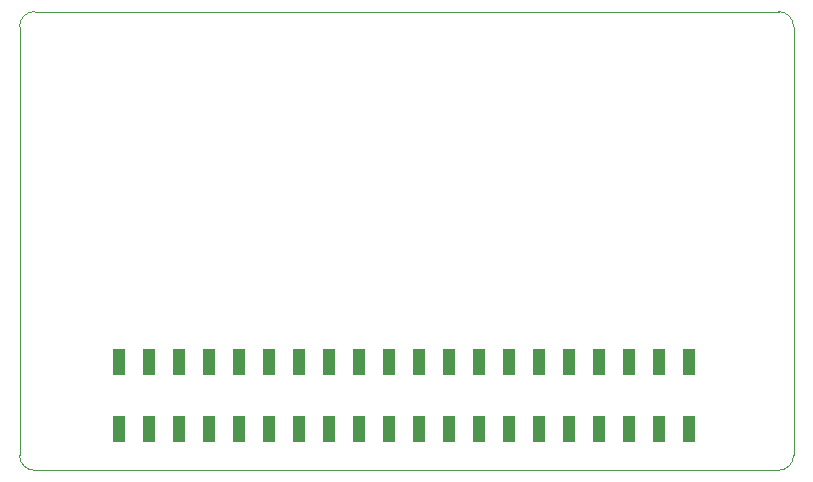
<source format=gbp>
G04*
G04 #@! TF.GenerationSoftware,Altium Limited,Altium Designer,22.2.1 (43)*
G04*
G04 Layer_Color=128*
%FSLAX25Y25*%
%MOIN*%
G70*
G04*
G04 #@! TF.SameCoordinates,9D487286-0820-45C8-B7CC-BF608446F30D*
G04*
G04*
G04 #@! TF.FilePolarity,Positive*
G04*
G01*
G75*
%ADD17C,0.00100*%
%ADD61R,0.04016X0.08740*%
D17*
X100000Y105000D02*
G03*
X105000Y100000I5000J0D01*
G01*
X353000D02*
G03*
X358000Y105000I0J5000D01*
G01*
Y247953D02*
G03*
X353000Y252953I-5000J0D01*
G01*
X105000D02*
G03*
X100000Y247953I0J-5000D01*
G01*
Y105000D02*
Y108661D01*
X105000Y100000D02*
X108661D01*
X348031D02*
X353000D01*
X358000Y105000D02*
Y109968D01*
Y240425D02*
Y247953D01*
X345472Y252953D02*
X353000D01*
X105000D02*
X111221D01*
X100000Y241732D02*
Y247953D01*
X108661Y100000D02*
X348031D01*
X358000Y109968D02*
Y240425D01*
X100000Y108661D02*
Y241732D01*
X111221Y252953D02*
X345472D01*
D61*
X323173Y136122D02*
D03*
Y113878D02*
D03*
X313173Y136122D02*
D03*
Y113878D02*
D03*
X303173Y136122D02*
D03*
Y113878D02*
D03*
X293173Y136122D02*
D03*
Y113878D02*
D03*
X283173Y136122D02*
D03*
Y113878D02*
D03*
X273173Y136122D02*
D03*
Y113878D02*
D03*
X263173Y136122D02*
D03*
Y113878D02*
D03*
X253173Y136122D02*
D03*
Y113878D02*
D03*
X243173Y136122D02*
D03*
Y113878D02*
D03*
X233173Y136122D02*
D03*
Y113878D02*
D03*
X223173Y136122D02*
D03*
Y113878D02*
D03*
X213173Y136122D02*
D03*
Y113878D02*
D03*
X203173Y136122D02*
D03*
Y113878D02*
D03*
X193173Y136122D02*
D03*
Y113878D02*
D03*
X183173Y136122D02*
D03*
Y113878D02*
D03*
X173173Y136122D02*
D03*
Y113878D02*
D03*
X163173Y136122D02*
D03*
Y113878D02*
D03*
X153173Y136122D02*
D03*
Y113878D02*
D03*
X143173Y136122D02*
D03*
Y113878D02*
D03*
X133173Y136122D02*
D03*
Y113878D02*
D03*
M02*

</source>
